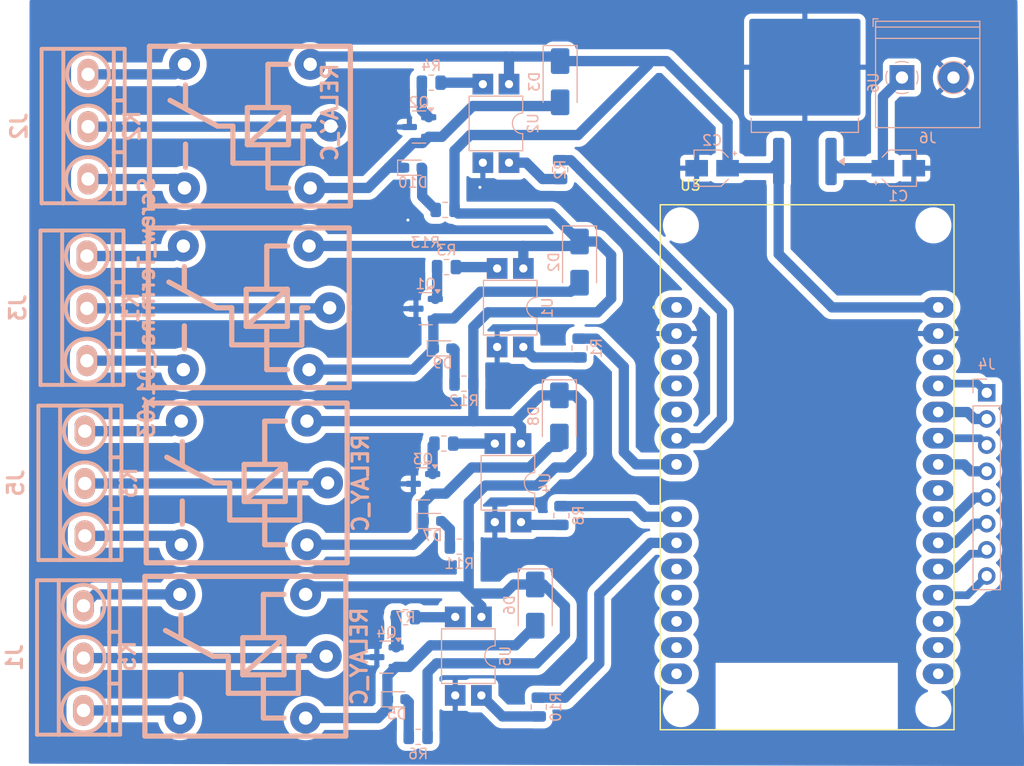
<source format=kicad_pcb>
(kicad_pcb (version 20241229) (generator "pcbnew") (generator_version "9.0")
  (layers (0 "F.Cu" signal) (2 "B.Cu" signal) (13 "F.Paste" user) (15 "B.Paste" user) (5 "F.SilkS" user "F.Silkscreen") (7 "B.SilkS" user "B.Silkscreen") (1 "F.Mask" user) (3 "B.Mask" user) (25 "Edge.Cuts" user))
  (net 0 "")
  (net 1 "GND")
  (net 2 "Net-(J6-Pin_1)")
  (net 3 "+5V")
  (net 4 "Net-(D2-A)")
  (net 6 "Net-(D5-K)")
  (net 7 "Net-(D5-A)")
  (net 8 "Net-(D7-A)")
  (net 9 "Net-(D9-A)")
  (net 10 "RA2")
  (net 11 "RA1")
  (net 12 "RA3")
  (net 13 "RB3")
  (net 14 "RB2")
  (net 15 "RB1")
  (net 16 "RC1")
  (net 17 "RC2")
  (net 18 "RC3")
  (net 19 "Net-(Q1-B)")
  (net 20 "Net-(Q2-B)")
  (net 21 "Net-(Q3-B)")
  (net 22 "Net-(Q4-B)")
  (net 23 "IN2")
  (net 24 "Net-(R1-Pad1)")
  (net 25 "IN1")
  (net 26 "Net-(R2-Pad1)")
  (net 27 "Net-(R3-Pad1)")
  (net 28 "Net-(R4-Pad1)")
  (net 29 "Net-(R7-Pad1)")
  (net 30 "Net-(R8-Pad1)")
  (net 31 "Net-(R9-Pad1)")
  (net 32 "Net-(R10-Pad1)")
  (net 33 "IN4")
  (net 34 "4F")
  (net 37 "1F")
  (net 43 "1C")
  (net 48 "IN3")
  (net 51 "3F")
  (net 52 "4C")
  (net 53 "2F")
  (net 54 "2C")
  (net 55 "3C")
  (net 56 "RD1")
  (net 57 "RD3")
  (net 58 "RD2")
  (net 59 "Net-(D10-K)")
  (net 60 "Net-(D7-K)")
  (net 61 "Net-(D10-A)")
  (footprint "ESP32 V1:MODULE_ESP32_DEVKIT_V1" (layer "F.Cu") (at 89.5725 94.475)
    (property "Reference" "U3" (at -11.355 -27.36 0) (layer "F.SilkS"))
    (property "Value" "ESP32-DEVKIT-V1")
    (pad "" np_thru_hole circle (at -12.28 -23.475) (size 3 3) (drill 3) (layers "*.Cu" "*.Mask"))
    (pad "" np_thru_hole circle (at -12.28 23.475) (size 3 3) (drill 3) (layers "*.Cu" "*.Mask"))
    (pad "" np_thru_hole circle (at 12.23 -23.475) (size 3 3) (drill 3) (layers "*.Cu" "*.Mask"))
    (pad "" np_thru_hole circle (at 12.23 23.475) (size 3 3) (drill 3) (layers "*.Cu" "*.Mask"))
    (pad "1" thru_hole oval (at -12.7 -15.515) (size 3 2) (drill 1.02) (layers "*.Cu" "*.Mask"))
    (pad "2" thru_hole oval (at -12.7 -12.975) (size 3 2) (drill 1.02) (layers "*.Cu" "*.Mask") (net 1 "GND"))
    (pad "3" thru_hole oval (at -12.7 -10.435) (size 3 2) (drill 1.02) (layers "*.Cu" "*.Mask"))
    (pad "4" thru_hole oval (at -12.7 -7.895) (size 3 2) (drill 1.02) (layers "*.Cu" "*.Mask"))
    (pad "5" thru_hole oval (at -12.7 -5.355) (size 3 2) (drill 1.02) (layers "*.Cu" "*.Mask"))
    (pad "6" thru_hole oval (at -12.7 -2.815) (size 3 2) (drill 1.02) (layers "*.Cu" "*.Mask") (net 25 "IN1"))
    (pad "7" thru_hole oval (at -12.7 -0.275) (size 3 2) (drill 1.02) (layers "*.Cu" "*.Mask") (net 23 "IN2"))
    (pad "9" thru_hole oval (at -12.7 4.805) (size 3 2) (drill 1.02) (layers "*.Cu" "*.Mask") (net 48 "IN3"))
    (pad "10" thru_hole oval (at -12.7 7.345) (size 3 2) (drill 1.02) (layers "*.Cu" "*.Mask") (net 33 "IN4"))
    (pad "11" thru_hole oval (at -12.7 9.885) (size 3 2) (drill 1.02) (layers "*.Cu" "*.Mask"))
    (pad "12" thru_hole oval (at -12.7 12.425) (size 3 2) (drill 1.02) (layers "*.Cu" "*.Mask"))
    (pad "13" thru_hole oval (at -12.7 14.965) (size 3 2) (drill 1.02) (layers "*.Cu" "*.Mask"))
    (pad "14" thru_hole oval (at -12.7 17.505) (size 3 2) (drill 1.02) (layers "*.Cu" "*.Mask"))
    (pad "15" thru_hole oval (at -12.7 20.045) (size 3 2) (drill 1.02) (layers "*.Cu" "*.Mask"))
    (pad "16" thru_hole oval (at 12.7 20.045) (size 3 2) (drill 1.02) (layers "*.Cu" "*.Mask"))
    (pad "17" thru_hole oval (at 12.7 17.505) (size 3 2) (drill 1.02) (layers "*.Cu" "*.Mask"))
    (pad "18" thru_hole oval (at 12.7 14.965) (size 3 2) (drill 1.02) (layers "*.Cu" "*.Mask"))
    (pad "19" thru_hole oval (at 12.7 12.425) (size 3 2) (drill 1.02) (layers "*.Cu" "*.Mask") (net 52 "4C"))
    (pad "20" thru_hole oval (at 12.7 9.885) (size 3 2) (drill 1.02) (layers "*.Cu" "*.Mask") (net 55 "3C"))
    (pad "21" thru_hole oval (at 12.7 7.345) (size 3 2) (drill 1.02) (layers "*.Cu" "*.Mask") (net 54 "2C"))
    (pad "22" thru_hole oval (at 12.7 4.805) (size 3 2) (drill 1.02) (layers "*.Cu" "*.Mask") (net 43 "1C"))
    (pad "23" thru_hole oval (at 12.7 2.265) (size 3 2) (drill 1.02) (layers "*.Cu" "*.Mask"))
    (pad "24" thru_hole oval (at 12.7 -0.275) (size 3 2) (drill 1.02) (layers "*.Cu" "*.Mask") (net 34 "4F"))
    (pad "25" thru_hole oval (at 12.7 -2.815) (size 3 2) (drill 1.02) (layers "*.Cu" "*.Mask") (net 51 "3F"))
    (pad "26" thru_hole oval (at 12.7 -5.355) (size 3 2) (drill 1.02) (layers "*.Cu" "*.Mask") (net 53 "2F"))
    (pad "27" thru_hole oval (at 12.7 -7.895) (size 3 2) (drill 1.02) (layers "*.Cu" "*.Mask") (net 37 "1F"))
    (pad "28" thru_hole oval (at 12.7 -10.435) (size 3 2) (drill 1.02) (layers "*.Cu" "*.Mask"))
    (pad "29" thru_hole oval (at 12.7 -12.975) (size 3 2) (drill 1.02) (layers "*.Cu" "*.Mask") (net 1 "GND"))
    (pad "30" thru_hole oval (at 12.7 -15.515) (size 3 2) (drill 1.02) (layers "*.Cu" "*.Mask") (net 3 "+5V"))
    (zone (net 0) (net_name "") (layer "B.Cu") (connect_pads (clearance 0)) (min_thickness 0.01)
      (keepout (tracks not_allowed) (vias not_allowed) (pads not_allowed) (copperpour not_allowed) (footprints allowed))
      (fill (thermal_gap 0.508) (thermal_bridge_width 0.508))
      (polygon (pts (xy 80.6625 113.46) (xy 98.3525 113.46) (xy 98.3525 119.95) (xy 80.6625 119.95)))
    )
  )
  (footprint "LED_SMD:LED_0603_1608Metric" (layer "B.Cu") (at 53.1875 99.695)
    (property "Reference" "D7" (at 0 1.43 0) (layer "B.SilkS") (effects (justify mirror)))
    (property "Value" "LED")
    (pad "1" smd roundrect (at -0.7875 0) (size 0.875 0.95) (layers "B.Cu" "B.Mask" "B.Paste") (net 60 "Net-(D7-K)"))
    (pad "2" smd roundrect (at 0.7875 0) (size 0.875 0.95) (layers "B.Cu" "B.Mask" "B.Paste") (net 8 "Net-(D7-A)"))
  )
  (footprint "LED_SMD:LED_0603_1608Metric" (layer "B.Cu") (at 49.7125 117)
    (property "Reference" "D5" (at 0 1.43 180) (layer "B.SilkS") (effects (justify mirror)))
    (property "Value" "LED")
    (pad "1" smd roundrect (at -0.7875 0) (size 0.875 0.95) (layers "B.Cu" "B.Mask" "B.Paste") (net 6 "Net-(D5-K)"))
    (pad "2" smd roundrect (at 0.7875 0) (size 0.875 0.95) (layers "B.Cu" "B.Mask" "B.Paste") (net 7 "Net-(D5-A)"))
  )
  (footprint "Package_TO_SOT_SMD:SOT-23" (layer "B.Cu") (at 52.26 96.0875 180)
    (property "Reference" "Q3" (at 0 2.4 180) (layer "B.SilkS") (effects (justify mirror)))
    (property "Value" "2N2222")
    (pad "1" smd roundrect (at -0.9375 0.95 180) (size 1.475 0.6) (layers "B.Cu" "B.Mask" "B.Paste") (net 21 "Net-(Q3-B)"))
    (pad "2" smd roundrect (at -0.9375 -0.95 180) (size 1.475 0.6) (layers "B.Cu" "B.Mask" "B.Paste") (net 60 "Net-(D7-K)"))
    (pad "3" smd roundrect (at 0.9375 0 180) (size 1.475 0.6) (layers "B.Cu" "B.Mask" "B.Paste") (net 1 "GND"))
  )
  (footprint "Resistor_SMD:R_0805_2012Metric" (layer "B.Cu") (at 65.573377 65.5875 90)
    (property "Reference" "R2" (at 0 0 90) (layer "B.SilkS") (effects (justify mirror)))
    (property "Value" "220")
    (pad "1" smd roundrect (at -0.9125 0 90) (size 1.025 1.4) (layers "B.Cu" "B.Mask" "B.Paste") (roundrect_rratio 0.243902) (net 26 "Net-(R2-Pad1)"))
    (pad "2" smd roundrect (at 0.9125 0 90) (size 1.025 1.4) (layers "B.Cu" "B.Mask" "B.Paste") (roundrect_rratio 0.243902) (net 25 "IN1"))
  )
  (footprint "Resistor_SMD:R_0805_2012Metric" (layer "B.Cu") (at 53.0625 57.15 180)
    (property "Reference" "R4" (at 0 1.65 180) (layer "B.SilkS") (effects (justify mirror)))
    (property "Value" "10K")
    (pad "1" smd roundrect (at -0.9125 0 180) (size 1.025 1.4) (layers "B.Cu" "B.Mask" "B.Paste") (roundrect_rratio 0.243902) (net 28 "Net-(R4-Pad1)"))
    (pad "2" smd roundrect (at 0.9125 0 180) (size 1.025 1.4) (layers "B.Cu" "B.Mask" "B.Paste") (roundrect_rratio 0.243902) (net 20 "Net-(Q2-B)"))
  )
  (footprint "Resistor_SMD:R_0805_2012Metric" (layer "B.Cu") (at 63.5 117.7525 90)
    (property "Reference" "R10" (at 0 1.65 90) (layer "B.SilkS") (effects (justify mirror)))
    (property "Value" "220")
    (pad "1" smd roundrect (at -0.9125 0 90) (size 1.025 1.4) (layers "B.Cu" "B.Mask" "B.Paste") (roundrect_rratio 0.243902) (net 32 "Net-(R10-Pad1)"))
    (pad "2" smd roundrect (at 0.9125 0 90) (size 1.025 1.4) (layers "B.Cu" "B.Mask" "B.Paste") (roundrect_rratio 0.243902) (net 33 "IN4"))
  )
  (footprint "EESTN5:BORNERA3_AZUL" (layer "B.Cu") (at 19.753375 61.42 -90)
    (property "Reference" "J2" (at -0.05 6.7 90) (layer "B.SilkS") (effects (font (size 1.5 1.5) (thickness 0.3)) (justify mirror)))
    (property "Value" "Screw_Terminal_01x03" (hide yes))
    (pad "1" thru_hole oval (at -5.08 0 270) (size 3 2) (drill 1.3) (layers "*.Cu" "*.Mask" "B.SilkS") (net 12 "RA3"))
    (pad "2" thru_hole oval (at 0 0 270) (size 3 2) (drill 1.3) (layers "*.Cu" "*.Mask" "B.SilkS") (net 10 "RA2"))
    (pad "3" thru_hole oval (at 5.08 0 270) (size 3 2) (drill 1.3) (layers "*.Cu" "*.Mask" "B.SilkS") (net 11 "RA1"))
  )
  (footprint "EESTN5:BORNERA3_AZUL" (layer "B.Cu") (at 19.64 79.05325 -90)
    (property "Reference" "J3" (at -0.05 6.7 90) (layer "B.SilkS") (effects (font (size 1.5 1.5) (thickness 0.3)) (justify mirror)))
    (property "Value" "Screw_Terminal_01x03" (at -0.05 -5.8 90) (layer "B.SilkS") (effects (font (size 1.5 1.5) (thickness 0.3)) (justify mirror)))
    (pad "1" thru_hole oval (at -5.08 0 270) (size 3 2) (drill 1.3) (layers "*.Cu" "*.Mask" "B.SilkS") (net 13 "RB3"))
    (pad "2" thru_hole oval (at 0 0 270) (size 3 2) (drill 1.3) (layers "*.Cu" "*.Mask" "B.SilkS") (net 14 "RB2"))
    (pad "3" thru_hole oval (at 5.08 0 270) (size 3 2) (drill 1.3) (layers "*.Cu" "*.Mask" "B.SilkS") (net 15 "RB1"))
  )
  (footprint "Package_DIP:DIP-4_W7.62mm" (layer "B.Cu") (at 57.93125 116.62 90)
    (property "Reference" "U5" (at 3.81 2.33 90) (layer "B.SilkS") (effects (justify mirror)))
    (property "Value" "EL817")
    (pad "1" thru_hole rect (at 0 0 90) (size 2 2) (drill 0.8) (layers "*.Cu" "*.Mask") (net 32 "Net-(R10-Pad1)"))
    (pad "2" thru_hole rect (at 0 -2.54 90) (size 2 2) (drill 0.8) (layers "*.Cu" "*.Mask") (net 1 "GND"))
    (pad "3" thru_hole rect (at 7.62 -2.54 90) (size 2 2) (drill 0.8) (layers "*.Cu" "*.Mask") (net 29 "Net-(R7-Pad1)"))
    (pad "4" thru_hole rect (at 7.62 0 90) (size 2 2) (drill 0.8) (layers "*.Cu" "*.Mask") (net 3 "+5V"))
  )
  (footprint "TerminalBlock_Philmore:TerminalBlock_Philmore_TB132_1x02_P5.00mm_Horizontal" (layer "B.Cu") (at 98.75 56.65)
    (property "Reference" "J6" (at 2.5 5.86 0) (layer "B.SilkS") (effects (justify mirror)))
    (property "Value" "Screw_Terminal_01x02")
    (pad "1" thru_hole rect (at 0 0) (size 2.4 2.4) (drill 1.2) (layers "*.Cu" "*.Mask") (net 2 "Net-(J6-Pin_1)"))
    (pad "2" thru_hole circle (at 5 0) (size 3 3) (drill 1.2) (layers "*.Cu" "*.Mask") (net 1 "GND"))
  )
  (footprint "Diode_SMD:D_SMA" (layer "B.Cu") (at 65.570875 57.055 -90)
    (property "Reference" "D3" (at 0 2.5 90) (layer "B.SilkS") (effects (justify mirror)))
    (property "Value" "1N4007")
    (pad "1" smd roundrect (at -2 0 270) (size 2.5 1.8) (layers "B.Cu" "B.Mask" "B.Paste") (roundrect_rratio 0.1388888889) (net 3 "+5V"))
    (pad "2" smd roundrect (at 2 0 270) (size 2.5 1.8) (layers "B.Cu" "B.Mask" "B.Paste") (roundrect_rratio 0.1388888889) (net 59 "Net-(D10-K)"))
  )
  (footprint "Resistor_SMD:R_0805_2012Metric" (layer "B.Cu") (at 65.6975 99.1625 90)
    (property "Reference" "R8" (at 0 1.65 90) (layer "B.SilkS") (effects (justify mirror)))
    (property "Value" "220")
    (pad "1" smd roundrect (at -0.9125 0 90) (size 1.025 1.4) (layers "B.Cu" "B.Mask" "B.Paste") (roundrect_rratio 0.243902) (net 30 "Net-(R8-Pad1)"))
    (pad "2" smd roundrect (at 0.9125 0 90) (size 1.025 1.4) (layers "B.Cu" "B.Mask" "B.Paste") (roundrect_rratio 0.243902) (net 48 "IN3"))
  )
  (footprint "EESTN5:BORNERA3_AZUL" (layer "B.Cu") (at 19.31 113 -90)
    (property "Reference" "J1" (at -0.05 6.7 90) (layer "B.SilkS") (effects (font (size 1.5 1.5) (thickness 0.3)) (justify mirror)))
    (property "Value" "Screw_Terminal_01x03" (hide yes))
    (pad "1" thru_hole oval (at -5.08 0 270) (size 3 2) (drill 1.3) (layers "*.Cu" "*.Mask" "B.SilkS") (net 57 "RD3"))
    (pad "2" thru_hole oval (at 0 0 270) (size 3 2) (drill 1.3) (layers "*.Cu" "*.Mask" "B.SilkS") (net 58 "RD2"))
    (pad "3" thru_hole oval (at 5.08 0 270) (size 3 2) (drill 1.3) (layers "*.Cu" "*.Mask" "B.SilkS") (net 56 "RD1"))
  )
  (footprint "Package_DIP:DIP-4_W7.62mm" (layer "B.Cu") (at 61.775 99.8 90)
    (property "Reference" "U4" (at 3.81 2.33 90) (layer "B.SilkS") (effects (justify mirror)))
    (property "Value" "EL817")
    (pad "1" thru_hole rect (at 0 0 90) (size 2 2) (drill 0.8) (layers "*.Cu" "*.Mask") (net 30 "Net-(R8-Pad1)"))
    (pad "2" thru_hole rect (at 0 -2.54 90) (size 2 2) (drill 0.8) (layers "*.Cu" "*.Mask") (net 1 "GND"))
    (pad "3" thru_hole rect (at 7.62 -2.54 90) (size 2 2) (drill 0.8) (layers "*.Cu" "*.Mask") (net 31 "Net-(R9-Pad1)"))
    (pad "4" thru_hole rect (at 7.62 0 90) (size 2 2) (drill 0.8) (layers "*.Cu" "*.Mask") (net 3 "+5V"))
  )
  (footprint "Resistor_SMD:R_0805_2012Metric" (layer "B.Cu") (at 54.4125 69.5)
    (property "Reference" "R13" (at -1.925 3.15 0) (layer "B.SilkS") (effects (justify mirror)))
    (property "Value" "220")
    (pad "1" smd roundrect (at -0.9125 0) (size 1.025 1.4) (layers "B.Cu" "B.Mask" "B.Paste") (roundrect_rratio 0.243902) (net 61 "Net-(D10-A)"))
    (pad "2" smd roundrect (at 0.9125 0) (size 1.025 1.4) (layers "B.Cu" "B.Mask" "B.Paste") (roundrect_rratio 0.243902) (net 3 "+5V"))
  )
  (footprint "Resistor_SMD:R_0805_2012Metric" (layer "B.Cu") (at 54.285 92.180002 180)
    (property "Reference" "R9" (hide yes))
    (property "Value" "10K")
    (pad "1" smd roundrect (at -0.9125 0 180) (size 1.025 1.4) (layers "B.Cu" "B.Mask" "B.Paste") (roundrect_rratio 0.243902) (net 31 "Net-(R9-Pad1)"))
    (pad "2" smd roundrect (at 0.9125 0 180) (size 1.025 1.4) (layers "B.Cu" "B.Mask" "B.Paste") (roundrect_rratio 0.243902) (net 21 "Net-(Q3-B)"))
  )
  (footprint "Package_TO_SOT_SMD:SOT-23" (layer "B.Cu") (at 48.71875 112.9075 180)
    (property "Reference" "Q4" (at 0 2.4 180) (layer "B.SilkS") (effects (justify mirror)))
    (property "Value" "2N2222")
    (pad "1" smd roundrect (at -0.9375 0.95 180) (size 1.475 0.6) (layers "B.Cu" "B.Mask" "B.Paste") (net 22 "Net-(Q4-B)"))
    (pad "2" smd roundrect (at -0.9375 -0.95 180) (size 1.475 0.6) (layers "B.Cu" "B.Mask" "B.Paste") (net 6 "Net-(D5-K)"))
    (pad "3" smd roundrect (at 0.9375 0 180) (size 1.475 0.6) (layers "B.Cu" "B.Mask" "B.Paste") (net 1 "GND"))
  )
  (footprint "Resistor_SMD:R_0805_2012Metric" (layer "B.Cu") (at 67.4575 82.9075 90)
    (property "Reference" "R1" (at 0 1.65 90) (layer "B.SilkS") (effects (justify mirror)))
    (property "Value" "220")
    (pad "1" smd roundrect (at -0.9125 0 90) (size 1.025 1.4) (layers "B.Cu" "B.Mask" "B.Paste") (roundrect_rratio 0.243902) (net 24 "Net-(R1-Pad1)"))
    (pad "2" smd roundrect (at 0.9125 0 90) (size 1.025 1.4) (layers "B.Cu" "B.Mask" "B.Paste") (roundrect_rratio 0.243902) (net 23 "IN2"))
  )
  (footprint "Connector_PinSocket_2.54mm:PinSocket_1x08_P2.54mm_Vertical" (layer "B.Cu") (at 106.9775 87.25 180)
    (property "Reference" "J4" (at 0 2.77 0) (layer "B.SilkS") (effects (justify mirror)))
    (property "Value" "Conn_01x08" (hide yes))
    (pad "1" thru_hole rect (at 0 0 180) (size 1.7 1.7) (drill 1) (layers "*.Cu" "*.Mask") (net 37 "1F"))
    (pad "2" thru_hole circle (at 0 -2.54 180) (size 1.7 1.7) (drill 1) (layers "*.Cu" "*.Mask") (net 53 "2F"))
    (pad "3" thru_hole circle (at 0 -5.08 180) (size 1.7 1.7) (drill 1) (layers "*.Cu" "*.Mask") (net 51 "3F"))
    (pad "4" thru_hole circle (at 0 -7.62 180) (size 1.7 1.7) (drill 1) (layers "*.Cu" "*.Mask") (net 34 "4F"))
    (pad "5" thru_hole circle (at 0 -10.16 180) (size 1.7 1.7) (drill 1) (layers "*.Cu" "*.Mask") (net 43 "1C"))
    (pad "6" thru_hole circle (at 0 -12.7 180) (size 1.7 1.7) (drill 1) (layers "*.Cu" "*.Mask") (net 54 "2C"))
    (pad "7" thru_hole circle (at 0 -15.24 180) (size 1.7 1.7) (drill 1) (layers "*.Cu" "*.Mask") (net 55 "3C"))
    (pad "8" thru_hole circle (at 0 -17.78 180) (size 1.7 1.7) (drill 1) (layers "*.Cu" "*.Mask") (net 52 "4C"))
  )
  (footprint "Package_DIP:DIP-4_W7.62mm" (layer "B.Cu") (at 60.610875 64.91425 90)
    (property "Reference" "U2" (at 3.81 2.33 90) (layer "B.SilkS") (effects (justify mirror)))
    (property "Value" "EL817")
    (pad "1" thru_hole rect (at 0 0 90) (size 2 2) (drill 0.8) (layers "*.Cu" "*.Mask") (net 26 "Net-(R2-Pad1)"))
    (pad "2" thru_hole rect (at 0 -2.54 90) (size 2 2) (drill 0.8) (layers "*.Cu" "*.Mask") (net 1 "GND"))
    (pad "3" thru_hole rect (at 7.62 -2.54 90) (size 2 2) (drill 0.8) (layers "*.Cu" "*.Mask") (net 28 "Net-(R4-Pad1)"))
    (pad "4" thru_hole rect (at 7.62 0 90) (size 2 2) (drill 0.8) (layers "*.Cu" "*.Mask") (net 3 "+5V"))
  )
  (footprint "LED_SMD:LED_0603_1608Metric" (layer "B.Cu") (at 51.2825 65.405)
    (property "Reference" "D10" (at 0 1.43 0) (layer "B.SilkS") (effects (justify mirror)))
    (property "Value" "LED")
    (pad "1" smd roundrect (at -0.7875 0) (size 0.875 0.95) (layers "B.Cu" "B.Mask" "B.Paste") (net 59 "Net-(D10-K)"))
    (pad "2" smd roundrect (at 0.7875 0) (size 0.875 0.95) (layers "B.Cu" "B.Mask" "B.Paste") (net 61 "Net-(D10-A)"))
  )
  (footprint "Package_TO_SOT_SMD:TO-263-2" (layer "B.Cu") (at 89.325 57.15 90)
    (property "Reference" "U6" (at 0 6.65 270) (layer "B.SilkS") (effects (justify mirror)))
    (property "Value" "L7805")
    (pad "1" smd roundrect (at -7.65 2.54 90) (size 4.6 1.1) (layers "B.Cu" "B.Mask" "B.Paste") (roundrect_rratio 0.227273) (net 2 "Net-(J6-Pin_1)"))
    (pad "2" smd roundrect (at 1.5 0 90) (size 9.4 10.8) (layers "B.Cu" "B.Mask") (roundrect_rratio 0.026596) (net 1 "GND"))
    (pad "3" smd roundrect (at -7.65 -2.54 90) (size 4.6 1.1) (layers "B.Cu" "B.Mask" "B.Paste") (roundrect_rratio 0.227273) (net 3 "+5V"))
  )
  (footprint "Package_TO_SOT_SMD:SOT-23" (layer "B.Cu") (at 52.52 79.0875 180)
    (property "Reference" "Q1" (at 0 2.4 180) (layer "B.SilkS") (effects (justify mirror)))
    (property "Value" "2N2222")
    (pad "1" smd roundrect (at -0.9375 0.95 180) (size 1.475 0.6) (layers "B.Cu" "B.Mask" "B.Paste") (net 19 "Net-(Q1-B)"))
    (pad "2" smd roundrect (at -0.9375 -0.95 180) (size 1.475 0.6) (layers "B.Cu" "B.Mask" "B.Paste") (net 4 "Net-(D2-A)"))
    (pad "3" smd roundrect (at 0.9375 0 180) (size 1.475 0.6) (layers "B.Cu" "B.Mask" "B.Paste") (net 1 "GND"))
  )
  (footprint "Diode_SMD:D_SMA" (layer "B.Cu") (at 63.15625 107.855 -90)
    (property "Reference" "D6" (at 0 2.5 90) (layer "B.SilkS") (effects (justify mirror)))
    (property "Value" "1N4007")
    (pad "1" smd roundrect (at -2 0 270) (size 2.5 1.8) (layers "B.Cu" "B.Mask" "B.Paste") (roundrect_rratio 0.1388888889) (net 3 "+5V"))
    (pad "2" smd roundrect (at 2 0 270) (size 2.5 1.8) (layers "B.Cu" "B.Mask" "B.Paste") (roundrect_rratio 0.1388888889) (net 6 "Net-(D5-K)"))
  )
  (footprint "Capacitor_SMD:CP_Elec_3x5.3" (layer "B.Cu") (at 98.4 65.45)
    (property "Reference" "C1" (at 0 2.7 0) (layer "B.SilkS") (effects (justify mirror)))
    (property "Value" "0.1uF" (hide yes))
    (pad "1" smd rect (at -1.5 0) (size 2.2 1.6) (layers "B.Cu" "B.Mask" "B.Paste") (net 2 "Net-(J6-Pin_1)"))
    (pad "2" smd rect (at 1.5 0) (size 2.2 1.6) (layers "B.Cu" "B.Mask" "B.Paste") (net 1 "GND"))
  )
  (footprint "Resistor_SMD:R_0805_2012Metric" (layer "B.Cu") (at 55.785 102.180002)
    (property "Reference" "R11" (at 0 1.65 0) (layer "B.SilkS") (effects (justify mirror)))
    (property "Value" "220")
    (pad "1" smd roundrect (at -0.9125 0) (size 1.025 1.4) (layers "B.Cu" "B.Mask" "B.Paste") (roundrect_rratio 0.243902) (net 8 "Net-(D7-A)"))
    (pad "2" smd roundrect (at 0.9125 0) (size 1.025 1.4) (layers "B.Cu" "B.Mask" "B.Paste") (roundrect_rratio 0.243902) (net 3 "+5V"))
  )
  (footprint "Diode_SMD:D_SMA" (layer "B.Cu") (at 65.5 89.5 -90)
    (property "Reference" "D8" (at 0 2.5 90) (layer "B.SilkS") (effects (justify mirror)))
    (property "Value" "1N4007")
    (pad "1" smd roundrect (at -2 0 270) (size 2.5 1.8) (layers "B.Cu" "B.Mask" "B.Paste") (roundrect_rratio 0.1388888889) (net 3 "+5V"))
    (pad "2" smd roundrect (at 2 0 270) (size 2.5 1.8) (layers "B.Cu" "B.Mask" "B.Paste") (roundrect_rratio 0.1388888889) (net 60 "Net-(D7-K)"))
  )
  (footprint "EESTN5:Relay_C" (layer "B.Cu") (at 35.213375 61.36675 90)
    (property "Reference" "K2" (at 0 -11.2 90) (layer "B.SilkS") (effects (font (size 1.524 1.524) (thickness 0.3048)) (justify mirror)))
    (property "Value" "RELAY_C" (at 1.3425 8.015 90) (layer "B.SilkS") (effects (font (size 1.524 1.524) (thickness 0.3048)) (justify mirror)))
    (pad "1" thru_hole circle (at 0 8.1 90) (size 3 3) (drill 1.3) (layers "*.Cu" "*.Mask") (net 10 "RA2"))
    (pad "2" thru_hole circle (at -6 6.1 90) (size 3 3) (drill 1.3) (layers "*.Cu" "*.Mask") (net 59 "Net-(D10-K)"))
    (pad "3" thru_hole circle (at -6 -6.1 90) (size 3 3) (drill 1.3) (layers "*.Cu" "*.Mask") (net 11 "RA1"))
    (pad "4" thru_hole circle (at 6 -6.1 90) (size 3 3) (drill 1.3) (layers "*.Cu" "*.Mask") (net 12 "RA3"))
    (pad "5" thru_hole circle (at 6 6.1 90) (size 3 3) (drill 1.3) (layers "*.Cu" "*.Mask") (net 3 "+5V"))
  )
  (footprint "Resistor_SMD:R_0805_2012Metric" (layer "B.Cu") (at 51.7925 120.65)
    (property "Reference" "R6" (at 0 1.65 0) (layer "B.SilkS") (effects (justify mirror)))
    (property "Value" "220")
    (pad "1" smd roundrect (at -0.9125 0) (size 1.025 1.4) (layers "B.Cu" "B.Mask" "B.Paste") (roundrect_rratio 0.243902) (net 7 "Net-(D5-A)"))
    (pad "2" smd roundrect (at 0.9125 0) (size 1.025 1.4) (layers "B.Cu" "B.Mask" "B.Paste") (roundrect_rratio 0.243902) (net 3 "+5V"))
  )
  (footprint "EESTN5:Relay_C" (layer "B.Cu") (at 34.9 96 90)
    (property "Reference" "K3" (at 0 -11.2 90) (layer "B.SilkS") (effects (font (size 1.524 1.524) (thickness 0.3048)) (justify mirror)))
    (property "Value" "RELAY_C" (at 0 11.3 90) (layer "B.SilkS") (effects (font (size 1.524 1.524) (thickness 0.3048)) (justify mirror)))
    (pad "1" thru_hole circle (at 0 8.1 90) (size 3 3) (drill 1.3) (layers "*.Cu" "*.Mask") (net 17 "RC2"))
    (pad "2" thru_hole circle (at -6 6.1 90) (size 3 3) (drill 1.3) (layers "*.Cu" "*.Mask") (net 60 "Net-(D7-K)"))
    (pad "3" thru_hole circle (at -6 -6.1 90) (size 3 3) (drill 1.3) (layers "*.Cu" "*.Mask") (net 16 "RC1"))
    (pad "4" thru_hole circle (at 6 -6.1 90) (size 3 3) (drill 1.3) (layers "*.Cu" "*.Mask") (net 18 "RC3"))
    (pad "5" thru_hole circle (at 6 6.1 90) (size 3 3) (drill 1.3) (layers "*.Cu" "*.Mask") (net 3 "+5V"))
  )
  (footprint "Capacitor_SMD:CP_Elec_3x5.3" (layer "B.Cu") (at 80.325 65.45 180)
    (property "Reference" "C2" (at 0 2.7 0) (layer "B.SilkS") (effects (justify mirror)))
    (property "Value" "0.1uF")
    (pad "1" smd rect (at -1.5 0 180) (size 2.2 1.6) (layers "B.Cu" "B.Mask" "B.Paste") (net 3 "+5V"))
    (pad "2" smd rect (at 1.5 0 180) (size 2.2 1.6) (layers "B.Cu" "B.Mask" "B.Paste") (net 1 "GND"))
  )
  (footprint "Diode_SMD:D_SMA" (layer "B.Cu") (at 67.4575 74.566 -90)
    (property "Reference" "D2" (at 0 2.5 90) (layer "B.SilkS") (effects (justify mirror)))
    (property "Value" "1N4007")
    (pad "1" smd roundrect (at -2 0 270) (size 2.5 1.8) (layers "B.Cu" "B.Mask" "B.Paste") (roundrect_rratio 0.1388888889) (net 3 "+5V"))
    (pad "2" smd roundrect (at 2 0 270) (size 2.5 1.8) (layers "B.Cu" "B.Mask" "B.Paste") (roundrect_rratio 0.1388888889) (net 4 "Net-(D2-A)"))
  )
  (footprint "Resistor_SMD:R_0805_2012Metric" (layer "B.Cu") (at 54.545 75.05 180)
    (property "Reference" "R3" (at 0 1.65 0) (layer "B.SilkS") (effects (justify mirror)))
    (property "Value" "10K")
    (pad "1" smd roundrect (at -0.9125 0 180) (size 1.025 1.4) (layers "B.Cu" "B.Mask" "B.Paste") (roundrect_rratio 0.243902) (net 27 "Net-(R3-Pad1)"))
    (pad "2" smd roundrect (at 0.9125 0 180) (size 1.025 1.4) (layers "B.Cu" "B.Mask" "B.Paste") (roundrect_rratio 0.243902) (net 19 "Net-(Q1-B)"))
  )
  (footprint "Package_TO_SOT_SMD:SOT-23" (layer "B.Cu") (at 51.878375 61.45425 180)
    (property "Reference" "Q2" (at 0 2.4 180) (layer "B.SilkS") (effects (justify mirror)))
    (property "Value" "2N2222")
    (pad "1" smd roundrect (at -0.9375 0.95 180) (size 1.475 0.6) (layers "B.Cu" "B.Mask" "B.Paste") (net 20 "Net-(Q2-B)"))
    (pad "2" smd roundrect (at -0.9375 -0.95 180) (size 1.475 0.6) (layers "B.Cu" "B.Mask" "B.Paste") (net 59 "Net-(D10-K)"))
    (pad "3" smd roundrect (at 0.9375 0 180) (size 1.475 0.6) (layers "B.Cu" "B.Mask" "B.Paste") (net 1 "GND"))
  )
  (footprint "EESTN5:Relay_C" (layer "B.Cu") (at 35.1 79 90)
    (property "Reference" "K1" (at 0 -11.2 90) (layer "B.SilkS") (effects (font (size 1.524 1.524) (thickness 0.3048)) (justify mirror)))
    (property "Value" "RELAY_C" (hide yes))
    (pad "1" thru_hole circle (at 0 8.1 90) (size 3 3) (drill 1.3) (layers "*.Cu" "*.Mask") (net 14 "RB2"))
    (pad "2" thru_hole circle (at -6 6.1 90) (size 3 3) (drill 1.3) (layers "*.Cu" "*.Mask") (net 4 "Net-(D2-A)"))
    (pad "3" thru_hole circle (at -6 -6.1 90) (size 3 3) (drill 1.3) (layers "*.Cu" "*.Mask") (net 15 "RB1"))
    (pad "4" thru_hole circle (at 6 -6.1 90) (size 3 3) (drill 1.3) (layers "*.Cu" "*.Mask") (net 13 "RB3"))
    (pad "5" thru_hole circle (at 6 6.1 90) (size 3 3) (drill 1.3) (layers "*.Cu" "*.Mask") (net 3 "+5V"))
  )
  (footprint "LED_SMD:LED_0603_1608Metric" (layer "B.Cu") (at 54.17 82.940002)
    (property "Reference" "D9" (at 0 1.43 0) (layer "B.SilkS") (effects (justify mirror)))
    (property "Value" "LED")
    (pad "1" smd roundrect (at -0.7875 0) (size 0.875 0.95) (layers "B.Cu" "B.Mask" "B.Paste") (net 4 "Net-(D2-A)"))
    (pad "2" smd roundrect (at 0.7875 0) (size 0.875 0.95) (layers "B.Cu" "B.Mask" "B.Paste") (net 9 "Net-(D9-A)"))
  )
  (footprint "Resistor_SMD:R_0805_2012Metric" (layer "B.Cu") (at 50.56875 109.03375 180)
    (property "Reference" "R7" (at 0 0 180) (layer "B.SilkS") (effects (justify mirror)))
    (property "Value" "10K")
    (pad "1" smd roundrect (at -0.9125 0 180) (size 1.025 1.4) (layers "B.Cu" "B.Mask" "B.Paste") (roundrect_rratio 0.243902) (net 29 "Net-(R7-Pad1)"))
    (pad "2" smd roundrect (at 0.9125 0 180) (size 1.025 1.4) (layers "B.Cu" "B.Mask" "B.Paste") (roundrect_rratio 0.243902) (net 22 "Net-(Q4-B)"))
  )
  (footprint "EESTN5:BORNERA3_AZUL" (layer "B.Cu") (at 19.44 96.05325 -90)
    (property "Reference" "J5" (at -0.05 6.7 90) (layer "B.SilkS") (effects (font (size 1.5 1.5) (thickness 0.3)) (justify mirror)))
    (property "Value" "Screw_Terminal_01x03" (hide yes))
    (pad "1" thru_hole oval (at -5.08 0 270) (size 3 2) (drill 1.3) (layers "*.Cu" "*.Mask" "B.SilkS") (net 18 "RC3"))
    (pad "2" thru_hole oval (at 0 0 270) (size 3 2) (drill 1.3) (layers "*.Cu" "*.Mask" "B.SilkS") (net 17 "RC2"))
    (pad "3" thru_hole oval (at 5.08 0 270) (size 3 2) (drill 1.3) (layers "*.Cu" "*.Mask" "B.SilkS") (net 16 "RC1"))
  )
  (footprint "Resistor_SMD:R_0805_2012Metric" (layer "B.Cu") (at 56.2375 86.36)
    (property "Reference" "R12" (at 0 1.65 0) (layer "B.SilkS") (effects (justify mirror)))
    (property "Value" "220")
    (pad "1" smd roundrect (at -0.9125 0) (size 1.025 1.4) (layers "B.Cu" "B.Mask" "B.Paste") (roundrect_rratio 0.243902) (net 9 "Net-(D9-A)"))
    (pad "2" smd roundrect (at 0.9125 0) (size 1.025 1.4) (layers "B.Cu" "B.Mask" "B.Paste") (roundrect_rratio 0.243902) (net 3 "+5V"))
  )
  (footprint "Package_DIP:DIP-4_W7.62mm" (layer "B.Cu") (at 62 82.8 90)
    (property "Reference" "U1" (at 3.81 2.33 90) (layer "B.SilkS") (effects (justify mirror)))
    (property "Value" "EL817")
    (pad "1" thru_hole rect (at 0 0 90) (size 2 2) (drill 0.8) (layers "*.Cu" "*.Mask") (net 24 "Net-(R1-Pad1)"))
    (pad "2" thru_hole rect (at 0 -2.54 90) (size 2 2) (drill 0.8) (layers "*.Cu" "*.Mask") (net 1 "GND"))
    (pad "3" thru_hole rect (at 7.62 -2.54 90) (size 2 2) (drill 0.8) (layers "*.Cu" "*.Mask") (net 27 "Net-(R3-Pad1)"))
    (pad "4" thru_hole rect (at 7.62 0 90) (size 2 2) (drill 0.8) (layers "*.Cu" "*.Mask") (net 3 "+5V"))
  )
  (footprint "EESTN5:Relay_C" (layer "B.Cu") (at 34.77 112.82 90)
    (property "Reference" "K5" (at 0 -11.2 90) (layer "B.SilkS") (effects (font (size 1.524 1.524) (thickness 0.3048)) (justify mirror)))
    (property "Value" "RELAY_C" (at 0 11.3 90) (layer "B.SilkS") (effects (font (size 1.524 1.524) (thickness 0.3048)) (justify mirror)))
    (pad "1" thru_hole circle (at 0 8.1 90) (size 3 3) (drill 1.3) (layers "*.Cu" "*.Mask") (net 58 "RD2"))
    (pad "2" thru_hole circle (at -6 6.1 90) (size 3 3) (drill 1.3) (layers "*.Cu" "*.Mask") (net 6 "Net-(D5-K)"))
    (pad "3" thru_hole circle (at -6 -6.1 90) (size 3 3) (drill 1.3) (layers "*.Cu" "*.Mask") (net 56 "RD1"))
    (pad "4" thru_hole circle (at 6 -6.1 90) (size 3 3) (drill 1.3) (layers "*.Cu" "*.Mask") (net 57 "RD3"))
    (pad "5" thru_hole circle (at 6 6.1 90) (size 3 3) (drill 1.3) (layers "*.Cu" "*.Mask") (net 3 "+5V"))
  )
  (via (at 57.785 67.31) (size 0.6) (drill 0.3) (layers "F.Cu" "B.Cu") (net 1))
  (via (at 50.8 70.485) (size 0.6) (drill 0.3) (layers "F.Cu" "B.Cu") (net 1))
  (segment (start 92.515 65.45) (end 91.865 64.8) (width 1) (layer "B.Cu") (net 2))
  (segment (start 96.9 58.5) (end 98.75 56.65) (width 1) (layer "B.Cu") (net 2))
  (segment (start 96.9 65.45) (end 96.9 58.5) (width 1) (layer "B.Cu") (net 2))
  (segment (start 96.9 65.45) (end 92.515 65.45) (width 1) (layer "B.Cu") (net 2))
  (segment (start 41 90) (end 57.15 90) (width 1) (layer "B.Cu") (net 3))
  (segment (start 65.570875 55.055) (end 75.88 55.055) (width 1) (layer "B.Cu") (net 3))
  (segment (start 67.0235 73) (end 67.4575 72.566) (width 1) (layer "B.Cu") (net 3))
  (segment (start 63.945 105.855) (end 63.15625 105.855) (width 1) (layer "B.Cu") (net 3))
  (segment (start 70.525 78.105) (end 70.525 73.881504) (width 1) (layer "B.Cu") (net 3))
  (segment (start 60.314125 54.61) (end 60.907625 54.61) (width 1) (layer "B.Cu") (net 3))
  (segment (start 52.705 114.379866) (end 53.573866 113.511) (width 1) (layer "B.Cu") (net 3))
  (segment (start 86.785 64.8) (end 86.785 73.785) (width 1) (layer "B.Cu") (net 3))
  (segment (start 57.15 86.36) (end 57.15 80.85) (width 1) (layer "B.Cu") (net 3))
  (segment (start 56.01125 106.045) (end 57 107.03375) (width 1) (layer "B.Cu") (net 3))
  (segment (start 41.2 73) (end 62 73) (width 1) (layer "B.Cu") (net 3))
  (segment (start 57.93125 107.965) (end 57 107.03375) (width 1) (layer "B.Cu") (net 3))
  (segment (start 56.6975 106.73125) (end 60.2 106.73125) (width 1) (layer "B.Cu") (net 3))
  (segment (start 69.209496 72.566) (end 67.4575 72.566) (width 1) (layer "B.Cu") (net 3))
  (segment (start 67.651 88.151) (end 67 87.5) (width 1) (layer "B.Cu") (net 3))
  (segment (start 56.6975 106.73125) (end 57 107.03375) (width 1) (layer "B.Cu") (net 3))
  (segment (start 61.775 90.5775) (end 61.1975 90) (width 1) (layer "B.Cu") (net 3))
  (segment (start 40.87 106.82) (end 41.645 106.045) (width 1) (layer "B.Cu") (net 3))
  (segment (start 55.325 69.5) (end 55.675 69.85) (width 1) (layer "B.Cu") (net 3))
  (segment (start 60.907625 54.61) (end 65.125875 54.61) (width 1) (layer "B.Cu") (net 3))
  (segment (start 67.651 92.71) (end 67.651 88.151) (width 1) (layer "B.Cu") (net 3))
  (segment (start 81.825 61) (end 81.825 65.45) (width 1) (layer "B.Cu") (net 3))
  (segment (start 56.835 62.23) (end 67.31 62.23) (width 1) (layer "B.Cu") (net 3))
  (segment (start 65.075288 94.5) (end 63.324288 96.251) (width 1) (layer "B.Cu") (net 3))
  (segment (start 62 75.18) (end 62 73) (width 1) (layer "B.Cu") (net 3))
  (segment (start 55.675 69.85) (end 64.7415 69.85) (width 1) (layer "B.Cu") (net 3))
  (segment (start 57.15 90) (end 61.1975 90) (width 1) (layer "B.Cu") (net 3))
  (segment (start 60.610875 54.90675) (end 60.907625 54.61) (width 1) (layer "B.Cu") (net 3))
  (segment (start 56.6975 97.8775) (end 56.6975 102.180002) (width 1) (layer "B.Cu") (net 3))
  (segment (start 65.125875 54.61) (end 65.570875 55.055) (width 1) (layer "B.Cu") (net 3))
  (segment (start 60.610875 54.90675) (end 60.314125 54.61) (width 1) (layer "B.Cu") (net 3))
  (segment (start 52.705 120.65) (end 52.705 114.379866) (width 1) (layer "B.Cu") (net 3))
  (segment (start 61.775 92.18) (end 61.775 90.5775) (width 1) (layer "B.Cu") (net 3))
  (segment (start 67.651 93.128662) (end 67.651 92.71) (width 1) (layer "B.Cu") (net 3))
  (segment (start 65.5 87.5) (end 67 87.5) (width 1) (layer "B.Cu") (net 3))
  (segment (start 86.135 65.45) (end 86.785 64.8) (width 1) (layer "B.Cu") (net 3))
  (segment (start 57.15 80.85) (end 58.559998 79.440002) (width 1) (layer "B.Cu") (net 3))
  (segment (start 63.15625 105.855) (end 61.07625 105.855) (width 1) (layer "B.Cu") (net 3))
  (segment (start 66.279662 94.5) (end 67.651 93.128662) (width 1) (layer "B.Cu") (net 3))
  (segment (start 66.04 94.5) (end 66.279662 94.5) (width 1) (layer "B.Cu") (net 3))
  (segment (start 57.15 86.36) (end 57.15 90) (width 1) (layer "B.Cu") (net 3))
  (segment (start 58.559998 79.440002) (end 69.189998 79.440002) (width 1) (layer "B.Cu") (net 3))
  (segment (start 53.573866 113.511) (end 63.279912 113.511) (width 1) (layer "B.Cu") (net 3))
  (segment (start 62 73) (end 67.0235 73) (width 1) (layer "B.Cu") (net 3))
  (segment (start 63.324288 96.251) (end 58.324 96.251) (width 1) (layer "B.Cu") (net 3))
  (segment (start 56.6975 102.180002) (end 56.6975 106.73125) (width 1) (layer "B.Cu") (net 3))
  (segment (start 66.04 107.95) (end 63.945 105.855) (width 1) (layer "B.Cu") (net 3))
  (segment (start 57.93125 109) (end 57.93125 107.965) (width 1) (layer "B.Cu") (net 3))
  (segment (start 61.1975 90) (end 63.6975 87.5) (width 1) (layer "B.Cu") (net 3))
  (segment (start 41.645 106.045) (end 56.01125 106.045) (width 1) (layer "B.Cu") (net 3))
  (segment (start 60.314125 54.61) (end 42.070125 54.61) (width 1) (layer "B.Cu") (net 3))
  (segment (start 91.96 78.96) (end 102.2725 78.96) (width 1) (layer "B.Cu") (net 3))
  (segment (start 86.785 73.785) (end 91.96 78.96) (width 1) (layer "B.Cu") (net 3))
  (segment (start 60.610875 57.29425) (end 60.610875 54.90675) (width 1) (layer "B.Cu") (net 3))
  (segment (start 55.325 69.5) (end 55.325 63.74) (width 1) (layer "B.Cu") (net 3))
  (segment (start 64.7415 69.85) (end 67.4575 72.566) (width 1) (layer "B.Cu") (net 3))
  (segment (start 70.525 73.881504) (end 69.209496 72.566) (width 1) (layer "B.Cu") (net 3))
  (segment (start 58.324 96.251) (end 56.6975 97.8775) (width 1) (layer "B.Cu") (net 3))
  (segment (start 75.88 55.055) (end 76.241752 55.416752) (width 1) (layer "B.Cu") (net 3))
  (segment (start 60.2 106.73125) (end 61.07625 105.855) (width 1) (layer "B.Cu") (net 3))
  (segment (start 63.6975 87.5) (end 65.5 87.5) (width 1) (layer "B.Cu") (net 3))
  (segment (start 42.070125 54.61) (end 41.313375 55.36675) (width 1) (layer "B.Cu") (net 3))
  (segment (start 66.04 94.5) (end 65.075288 94.5) (width 1) (layer "B.Cu") (net 3))
  (segment (start 63.279912 113.511) (end 66.04 110.750912) (width 1) (layer "B.Cu") (net 3))
  (segment (start 66.04 110.750912) (end 66.04 107.95) (width 1) (layer "B.Cu") (net 3))
  (segment (start 55.325 63.74) (end 56.835 62.23) (width 1) (layer "B.Cu") (net 3))
  (segment (start 67.31 62.23) (end 74.123248 55.416752) (width 1) (layer "B.Cu") (net 3))
  (segment (start 76.241752 55.416752) (end 81.825 61) (width 1) (layer "B.Cu") (net 3))
  (segment (start 69.189998 79.440002) (end 70.525 78.105) (width 1) (layer "B.Cu") (net 3))
  (segment (start 81.825 65.45) (end 86.135 65.45) (width 1) (layer "B.Cu") (net 3))
  (segment (start 53.4575 80.0375) (end 55.2375 80.0375) (width 1) (layer "B.Cu") (net 4))
  (segment (start 53.269 80.226) (end 53.269 83.053502) (width 1) (layer "B.Cu") (net 4))
  (segment (start 53.4575 80.0375) (end 53.269 80.226) (width 1) (layer "B.Cu") (net 4))
  (segment (start 51.322502 85) (end 41.2 85) (width 1) (layer "B.Cu") (net 4))
  (segment (start 57.834998 77.440002) (end 66.583498 77.440002) (width 1) (layer "B.Cu") (net 4))
  (segment (start 53.269 83.053502) (end 51.322502 85) (width 1) (layer "B.Cu") (net 4))
  (segment (start 55.2375 80.0375) (end 57.834998 77.440002) (width 1) (layer "B.Cu") (net 4))
  (segment (start 66.583498 77.440002) (end 67.4575 76.566) (width 1) (layer "B.Cu") (net 4))
  (segment (start 52.99 111.76) (end 61.25125 111.76) (width 1) (layer "B.Cu") (net 6))
  (segment (start 47.87 118.82) (end 40.87 118.82) (width 1) (layer "B.Cu") (net 6))
  (segment (start 48.8115 114.70225) (end 48.8115 117.8785) (width 1) (layer "B.Cu") (net 6))
  (segment (start 61.25125 111.76) (end 63.15625 109.855) (width 1) (layer "B.Cu") (net 6))
  (segment (start 48.8115 117.8785) (end 47.87 118.82) (width 1) (layer "B.Cu") (net 6))
  (segment (start 50.8925 113.8575) (end 52.99 111.76) (width 1) (layer "B.Cu") (net 6))
  (segment (start 49.65625 113.8575) (end 48.8115 114.70225) (width 1) (layer "B.Cu") (net 6))
  (segment (start 49.65625 113.8575) (end 50.8925 113.8575) (width 1) (layer "B.Cu") (net 6))
  (segment (start 50.88 117.2665) (end 50.6135 117) (width 1) (layer "B.Cu") (net 7))
  (segment (start 50.88 120.65) (end 50.88 117.2665) (width 1) (layer "B.Cu") (net 7))
  (segment (start 54.8725 102.180002) (end 54.8725 100.479) (width 1) (layer "B.Cu") (net 8))
  (segment (start 54.8725 100.479) (end 54.0885 99.695) (width 1) (layer "B.Cu") (net 8))
  (segment (start 55.325 83.056502) (end 55.2085 82.940002) (width 1) (layer "B.Cu") (net 9))
  (segment (start 55.325 86.36) (end 55.325 83.056502) (width 1) (layer "B.Cu") (net 9))
  (segment (start 19.753375 61.42) (end 43.260125 61.42) (width 1) (layer "B.Cu") (net 10))
  (segment (start 43.260125 61.42) (end 43.313375 61.36675) (width 1) (layer "B.Cu") (net 10))
  (segment (start 19.753375 66.5) (end 28.246625 66.5) (width 1) (layer "B.Cu") (net 11))
  (segment (start 28.246625 66.5) (end 29.113375 67.36675) (width 1) (layer "B.Cu") (net 11))
  (segment (start 19.753375 56.34) (end 28.140125 56.34) (width 1) (layer "B.Cu") (net 12))
  (segment (start 28.140125 56.34) (end 29.113375 55.36675) (width 1) (layer "B.Cu") (net 12))
  (segment (start 19.64 73.97325) (end 28.02675 73.97325) (width 1) (layer "B.Cu") (net 13))
  (segment (start 28.02675 73.97325) (end 29 73) (width 1) (layer "B.Cu") (net 13))
  (segment (start 43.14675 79.05325) (end 43.2 79) (width 1) (layer "B.Cu") (net 14))
  (segment (start 19.64 79.05325) (end 43.14675 79.05325) (width 1) (layer "B.Cu") (net 14))
  (segment (start 28.13325 84.13325) (end 29 85) (width 1) (layer "B.Cu") (net 15))
  (segment (start 19.64 84.13325) (end 28.13325 84.13325) (width 1) (layer "B.Cu") (net 15))
  (segment (start 27.93325 101.13325) (end 28.8 102) (width 1) (layer "B.Cu") (net 16))
  (segment (start 19.44 101.13325) (end 27.93325 101.13325) (width 1) (layer "B.Cu") (net 16))
  (segment (start 19.44 96.05325) (end 42.94675 96.05325) (width 1) (layer "B.Cu") (net 17))
  (segment (start 42.94675 96.05325) (end 43 96) (width 1) (layer "B.Cu") (net 17))
  (segment (start 27.82675 90.97325) (end 28.8 90) (width 1) (layer "B.Cu") (net 18))
  (segment (start 19.44 90.97325) (end 27.82675 90.97325) (width 1) (layer "B.Cu") (net 18))
  (segment (start 53.6325 77.9625) (end 53.4575 78.1375) (width 1) (layer "B.Cu") (net 19))
  (segment (start 53.6325 75.05) (end 53.6325 77.9625) (width 1) (layer "B.Cu") (net 19))
  (segment (start 52.15 59.838375) (end 52.15 57.15) (width 1) (layer "B.Cu") (net 20))
  (segment (start 52.815875 60.50425) (end 52.15 59.838375) (width 1) (layer "B.Cu") (net 20))
  (segment (start 53.1975 95.1375) (end 53.1975 92.355002) (width 1) (layer "B.Cu") (net 21))
  (segment (start 53.1975 92.355002) (end 53.3725 92.180002) (width 1) (layer "B.Cu") (net 21))
  (segment (start 49.65625 109.03375) (end 49.57625 109.03375) (width 1) (layer "B.Cu") (net 22))
  (segment (start 49.65625 109.03375) (end 49.65625 111.9575) (width 1) (layer "B.Cu") (net 22))
  (segment (start 71.755 84.72034) (end 69.02966 81.995) (width 1) (layer "B.Cu") (net 23))
  (segment (start 71.755 93.005) (end 71.755 84.72034) (width 1) (layer "B.Cu") (net 23))
  (segment (start 76.8725 94.2) (end 72.95 94.2) (width 1) (layer "B.Cu") (net 23))
  (segment (start 72.95 94.2) (end 71.755 93.005) (width 1) (layer "B.Cu") (net 23))
  (segment (start 69.02966 81.995) (end 67.4575 81.995) (width 1) (layer "B.Cu") (net 23))
  (segment (start 63.02 83.82) (end 67.4575 83.82) (width 1) (layer "B.Cu") (net 24))
  (segment (start 62 82.8) (end 63.02 83.82) (width 1) (layer "B.Cu") (net 24))
  (segment (start 66.652039 64.7365) (end 67.524377 65.608838) (width 1) (layer "B.Cu") (net 25))
  (segment (start 81.28 79.375) (end 81.28 89.7525) (width 1) (layer "B.Cu") (net 25))
  (segment (start 79.3725 91.66) (end 76.8725 91.66) (width 1) (layer "B.Cu") (net 25))
  (segment (start 67.524377 65.619377) (end 81.28 79.375) (width 1) (layer "B.Cu") (net 25))
  (segment (start 66.6415 64.7365) (end 66.652039 64.7365) (width 1) (layer "B.Cu") (net 25))
  (segment (start 65.573377 64.675) (end 66.58 64.675) (width 1) (layer "B.Cu") (net 25))
  (segment (start 66.58 64.675) (end 66.6415 64.7365) (width 1) (layer "B.Cu") (net 25))
  (segment (start 67.524377 65.608838) (end 67.524377 65.619377) (width 1) (layer "B.Cu") (net 25))
  (segment (start 81.28 89.7525) (end 79.3725 91.66) (width 1) (layer "B.Cu") (net 25))
  (segment (start 62.282038 64.91425) (end 60.610875 64.91425) (width 1) (layer "B.Cu") (net 26))
  (segment (start 65.573377 66.5) (end 63.867788 66.5) (width 1) (layer "B.Cu") (net 26))
  (segment (start 63.867788 66.5) (end 62.282038 64.91425) (width 1) (layer "B.Cu") (net 26))
  (segment (start 59.33 75.05) (end 59.46 75.18) (width 1) (layer "B.Cu") (net 27))
  (segment (start 55.4575 75.05) (end 59.33 75.05) (width 1) (layer "B.Cu") (net 27))
  (segment (start 57.926625 57.15) (end 58.070875 57.29425) (width 1) (layer "B.Cu") (net 28))
  (segment (start 57.948373 57.416752) (end 58.070875 57.29425) (width 1) (layer "B.Cu") (net 28))
  (segment (start 53.975 57.15) (end 57.926625 57.15) (width 1) (layer "B.Cu") (net 28))
  (segment (start 55.3575 109.03375) (end 55.39125 109) (width 1) (layer "B.Cu") (net 29))
  (segment (start 51.48125 109.03375) (end 55.3575 109.03375) (width 1) (layer "B.Cu") (net 29))
  (segment (start 61.775 99.8) (end 62.05 100.075) (width 1) (layer "B.Cu") (net 30))
  (segment (start 62.05 100.075) (end 65.6975 100.075) (width 1) (layer "B.Cu") (net 30))
  (segment (start 55.1975 92.180002) (end 59.234998 92.180002) (width 1) (layer "B.Cu") (net 31))
  (segment (start 59.234998 92.180002) (end 59.235 92.18) (width 1) (layer "B.Cu") (net 31))
  (segment (start 59.97625 118.665) (end 63.5 118.665) (width 1) (layer "B.Cu") (net 32))
  (segment (start 57.93125 116.62) (end 59.97625 118.665) (width 1) (layer "B.Cu") (net 32))
  (segment (start 74.355 101.82) (end 76.8725 101.82) (width 1) (layer "B.Cu") (net 33))
  (segment (start 63.5 116.84) (end 66.04 116.84) (width 1) (layer "B.Cu") (net 33))
  (segment (start 69.375 106.8) (end 74.355 101.82) (width 1) (layer "B.Cu") (net 33))
  (segment (start 69.375 113.505) (end 69.375 106.8) (width 1) (layer "B.Cu") (net 33))
  (segment (start 66.04 116.84) (end 69.375 113.505) (width 1) (layer "B.Cu") (net 33))
  (segment (start 105.4425 94.87) (end 106.9775 94.87) (width 1) (layer "B.Cu") (net 34))
  (segment (start 102.2725 94.2) (end 104.7725 94.2) (width 1) (layer "B.Cu") (net 34))
  (segment (start 104.7725 94.2) (end 105.4425 94.87) (width 1) (layer "B.Cu") (net 34))
  (segment (start 102.4925 86.36) (end 102.2725 86.58) (width 0.75) (layer "B.Cu") (net 37))
  (segment (start 106.0875 86.36) (end 102.4925 86.36) (width 0.75) (layer "B.Cu") (net 37))
  (segment (start 106.9775 87.25) (end 106.0875 86.36) (width 0.75) (layer "B.Cu") (net 37))
  (segment (start 102.2725 99.28) (end 103.905419 99.28) (width 1) (layer "B.Cu") (net 43))
  (segment (start 103.905419 99.28) (end 105.775419 97.41) (width 1) (layer "B.Cu") (net 43))
  (segment (start 105.775419 97.41) (end 106.9775 97.41) (width 1) (layer "B.Cu") (net 43))
  (segment (start 72.75 98.25) (end 73.78 99.28) (width 1) (layer "B.Cu") (net 48))
  (segment (start 65.6975 98.25) (end 72.75 98.25) (width 1) (layer "B.Cu") (net 48))
  (segment (start 73.78 99.28) (end 76.8725 99.28) (width 1) (layer "B.Cu") (net 48))
  (segment (start 106.3075 91.66) (end 106.9775 92.33) (width 0.75) (layer "B.Cu") (net 51))
  (segment (start 102.2725 91.66) (end 106.3075 91.66) (width 0.75) (layer "B.Cu") (net 51))
  (segment (start 102.2725 106.9) (end 105.1075 106.9) (width 0.75) (layer "B.Cu") (net 52))
  (segment (start 105.1075 106.9) (end 106.9775 105.03) (width 0.75) (layer "B.Cu") (net 52))
  (segment (start 105.775419 89.79) (end 105.105419 89.12) (width 1) (layer "B.Cu") (net 53))
  (segment (start 105.105419 89.12) (end 102.2725 89.12) (width 1) (layer "B.Cu") (net 53))
  (segment (start 106.9775 89.79) (end 105.775419 89.79) (width 1) (layer "B.Cu") (net 53))
  (segment (start 103.905419 101.82) (end 105.775419 99.95) (width 1) (layer "B.Cu") (net 54))
  (segment (start 102.2725 101.82) (end 103.905419 101.82) (width 1) (layer "B.Cu") (net 54))
  (segment (start 105.775419 99.95) (end 106.9775 99.95) (width 1) (layer "B.Cu") (net 54))
  (segment (start 106.5975 102.87) (end 106.9775 102.49) (width 0.75) (layer "B.Cu") (net 55))
  (segment (start 105.41 102.87) (end 106.5975 102.87) (width 0.75) (layer "B.Cu") (net 55))
  (segment (start 103.92 104.36) (end 105.41 102.87) (width 0.75) (layer "B.Cu") (net 55))
  (segment (start 102.2725 104.36) (end 103.92 104.36) (width 0.75) (layer "B.Cu") (net 55))
  (segment (start 19.31 118.08) (end 27.93 118.08) (width 1) (layer "B.Cu") (net 56))
  (segment (start 27.93 118.08) (end 28.67 118.82) (width 1) (layer "B.Cu") (net 56))
  (segment (start 28.67 106.82) (end 20.41 106.82) (width 1) (layer "B.Cu") (net 57))
  (segment (start 20.41 106.82) (end 19.31 107.92) (width 1) (layer "B.Cu") (net 57))
  (segment (start 42.69 113) (end 42.87 112.82) (width 1) (layer "B.Cu") (net 58))
  (segment (start 19.31 113) (end 42.69 113) (width 1) (layer "B.Cu") (net 58))
  (segment (start 41.313375 67.36675) (end 46.93325 67.36675) (width 1) (layer "B.Cu") (net 59))
  (segment (start 52.815875 62.40425) (end 54.09575 62.40425) (width 1) (layer "B.Cu") (net 59))
  (segment (start 48.895 65.405) (end 50.3815 65.405) (width 1) (layer "B.Cu") (net 59))
  (segment (start 48.895 65.405) (end 51.29475 63.00525) (width 1) (layer "B.Cu") (net 59))
  (segment (start 52.214875 63.00525) (end 52.815875 62.40425) (width 1) (layer "B.Cu") (net 59))
  (segment (start 57.083248 59.416752) (end 65.570875 59.416752) (width 1) (layer "B.Cu") (net 59))
  (segment (start 51.29475 63.00525) (end 52.214875 63.00525) (width 1) (layer "B.Cu") (net 59))
  (segment (start 46.93325 67.36675) (end 48.895 65.405) (width 1) (layer "B.Cu") (net 59))
  (segment (start 54.09575 62.40425) (end 57.083248 59.416752) (width 1) (layer "B.Cu") (net 59))
  (segment (start 52.2865 97.9485) (end 53.1975 97.0375) (width 1) (layer "B.Cu") (net 60))
  (segment (start 53.1975 97.0375) (end 54.4625 97.0375) (width 1) (layer "B.Cu") (net 60))
  (segment (start 54.4625 97.0375) (end 57 94.5) (width 1) (layer "B.Cu") (net 60))
  (segment (start 51.302502 102) (end 52.2865 101.016002) (width 1) (layer "B.Cu") (net 60))
  (segment (start 64.599 92.5) (end 65.5 92.5) (width 1) (layer "B.Cu") (net 60))
  (segment (start 62.599 94.5) (end 64.599 92.5) (width 1) (layer "B.Cu") (net 60))
  (segment (start 41 102) (end 51.302502 102) (width 1) (layer "B.Cu") (net 60))
  (segment (start 57 94.5) (end 62.599 94.5) (width 1) (layer "B.Cu") (net 60))
  (segment (start 52.2865 101.016002) (end 52.2865 97.9485) (width 1) (layer "B.Cu") (net 60))
  (segment (start 52.1835 68.1835) (end 52.1835 65.405) (width 1) (layer "B.Cu") (net 61))
  (segment (start 53.5 69.5) (end 52.1835 68.1835) (width 1) (layer "B.Cu") (net 61))
  (zone (net 1) (net_name "GND") (layer "B.Cu") (connect_pads (clearance 0.5)) (min_thickness 0.25) (fill yes (thermal_gap 0.5) (thermal_bridge_width 0.5))
    (polygon (pts (xy 14.074333 49.125) (xy 14.001716 123.248782) (xy 110.62024 123.48492) (xy 109.960578 49.125)))
  )
)
</source>
